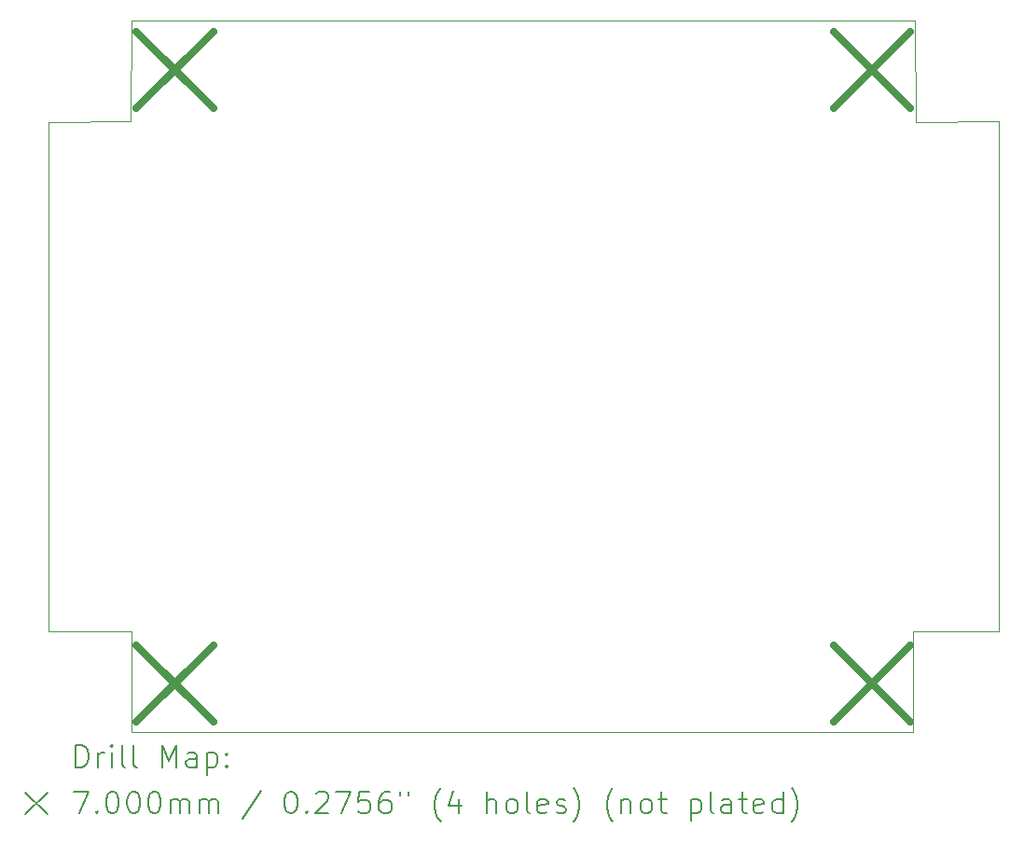
<source format=gbr>
%TF.GenerationSoftware,KiCad,Pcbnew,(6.0.10-0)*%
%TF.CreationDate,2023-01-26T22:23:55-06:00*%
%TF.ProjectId,spudglo_driver_v4p1,73707564-676c-46f5-9f64-72697665725f,rev?*%
%TF.SameCoordinates,Original*%
%TF.FileFunction,Drillmap*%
%TF.FilePolarity,Positive*%
%FSLAX45Y45*%
G04 Gerber Fmt 4.5, Leading zero omitted, Abs format (unit mm)*
G04 Created by KiCad (PCBNEW (6.0.10-0)) date 2023-01-26 22:23:55*
%MOMM*%
%LPD*%
G01*
G04 APERTURE LIST*
%ADD10C,0.100000*%
%ADD11C,0.200000*%
%ADD12C,0.700000*%
G04 APERTURE END LIST*
D10*
X20060000Y-8010000D02*
X20813510Y-8008078D01*
X20055520Y-7093780D02*
X20060000Y-8010000D01*
X12936540Y-8008620D02*
X12940000Y-7094000D01*
X20038310Y-12639000D02*
X20816300Y-12639000D01*
X20038310Y-12639000D02*
X20038310Y-13554000D01*
X12185000Y-12639922D02*
X12940000Y-12640000D01*
X12938570Y-13554000D02*
X12940000Y-12640000D01*
X12185000Y-8009000D02*
X12936540Y-8008620D01*
X20038310Y-13554000D02*
X12938570Y-13554000D01*
X20813510Y-8008078D02*
X20816300Y-12639000D01*
X12185000Y-12639922D02*
X12185000Y-8009000D01*
X12940000Y-7094000D02*
X20055520Y-7093780D01*
D11*
D12*
X12983414Y-7190324D02*
X13683414Y-7890324D01*
X13683414Y-7190324D02*
X12983414Y-7890324D01*
X12983414Y-12759944D02*
X13683414Y-13459944D01*
X13683414Y-12759944D02*
X12983414Y-13459944D01*
X19315464Y-7190324D02*
X20015464Y-7890324D01*
X20015464Y-7190324D02*
X19315464Y-7890324D01*
X19315464Y-12758944D02*
X20015464Y-13458944D01*
X20015464Y-12758944D02*
X19315464Y-13458944D01*
D11*
X12437619Y-13869476D02*
X12437619Y-13669476D01*
X12485238Y-13669476D01*
X12513809Y-13679000D01*
X12532857Y-13698048D01*
X12542381Y-13717095D01*
X12551905Y-13755190D01*
X12551905Y-13783762D01*
X12542381Y-13821857D01*
X12532857Y-13840905D01*
X12513809Y-13859952D01*
X12485238Y-13869476D01*
X12437619Y-13869476D01*
X12637619Y-13869476D02*
X12637619Y-13736143D01*
X12637619Y-13774238D02*
X12647143Y-13755190D01*
X12656667Y-13745667D01*
X12675714Y-13736143D01*
X12694762Y-13736143D01*
X12761428Y-13869476D02*
X12761428Y-13736143D01*
X12761428Y-13669476D02*
X12751905Y-13679000D01*
X12761428Y-13688524D01*
X12770952Y-13679000D01*
X12761428Y-13669476D01*
X12761428Y-13688524D01*
X12885238Y-13869476D02*
X12866190Y-13859952D01*
X12856667Y-13840905D01*
X12856667Y-13669476D01*
X12990000Y-13869476D02*
X12970952Y-13859952D01*
X12961428Y-13840905D01*
X12961428Y-13669476D01*
X13218571Y-13869476D02*
X13218571Y-13669476D01*
X13285238Y-13812333D01*
X13351905Y-13669476D01*
X13351905Y-13869476D01*
X13532857Y-13869476D02*
X13532857Y-13764714D01*
X13523333Y-13745667D01*
X13504286Y-13736143D01*
X13466190Y-13736143D01*
X13447143Y-13745667D01*
X13532857Y-13859952D02*
X13513809Y-13869476D01*
X13466190Y-13869476D01*
X13447143Y-13859952D01*
X13437619Y-13840905D01*
X13437619Y-13821857D01*
X13447143Y-13802809D01*
X13466190Y-13793286D01*
X13513809Y-13793286D01*
X13532857Y-13783762D01*
X13628095Y-13736143D02*
X13628095Y-13936143D01*
X13628095Y-13745667D02*
X13647143Y-13736143D01*
X13685238Y-13736143D01*
X13704286Y-13745667D01*
X13713809Y-13755190D01*
X13723333Y-13774238D01*
X13723333Y-13831381D01*
X13713809Y-13850428D01*
X13704286Y-13859952D01*
X13685238Y-13869476D01*
X13647143Y-13869476D01*
X13628095Y-13859952D01*
X13809048Y-13850428D02*
X13818571Y-13859952D01*
X13809048Y-13869476D01*
X13799524Y-13859952D01*
X13809048Y-13850428D01*
X13809048Y-13869476D01*
X13809048Y-13745667D02*
X13818571Y-13755190D01*
X13809048Y-13764714D01*
X13799524Y-13755190D01*
X13809048Y-13745667D01*
X13809048Y-13764714D01*
X11980000Y-14099000D02*
X12180000Y-14299000D01*
X12180000Y-14099000D02*
X11980000Y-14299000D01*
X12418571Y-14089476D02*
X12551905Y-14089476D01*
X12466190Y-14289476D01*
X12628095Y-14270428D02*
X12637619Y-14279952D01*
X12628095Y-14289476D01*
X12618571Y-14279952D01*
X12628095Y-14270428D01*
X12628095Y-14289476D01*
X12761428Y-14089476D02*
X12780476Y-14089476D01*
X12799524Y-14099000D01*
X12809048Y-14108524D01*
X12818571Y-14127571D01*
X12828095Y-14165667D01*
X12828095Y-14213286D01*
X12818571Y-14251381D01*
X12809048Y-14270428D01*
X12799524Y-14279952D01*
X12780476Y-14289476D01*
X12761428Y-14289476D01*
X12742381Y-14279952D01*
X12732857Y-14270428D01*
X12723333Y-14251381D01*
X12713809Y-14213286D01*
X12713809Y-14165667D01*
X12723333Y-14127571D01*
X12732857Y-14108524D01*
X12742381Y-14099000D01*
X12761428Y-14089476D01*
X12951905Y-14089476D02*
X12970952Y-14089476D01*
X12990000Y-14099000D01*
X12999524Y-14108524D01*
X13009048Y-14127571D01*
X13018571Y-14165667D01*
X13018571Y-14213286D01*
X13009048Y-14251381D01*
X12999524Y-14270428D01*
X12990000Y-14279952D01*
X12970952Y-14289476D01*
X12951905Y-14289476D01*
X12932857Y-14279952D01*
X12923333Y-14270428D01*
X12913809Y-14251381D01*
X12904286Y-14213286D01*
X12904286Y-14165667D01*
X12913809Y-14127571D01*
X12923333Y-14108524D01*
X12932857Y-14099000D01*
X12951905Y-14089476D01*
X13142381Y-14089476D02*
X13161428Y-14089476D01*
X13180476Y-14099000D01*
X13190000Y-14108524D01*
X13199524Y-14127571D01*
X13209048Y-14165667D01*
X13209048Y-14213286D01*
X13199524Y-14251381D01*
X13190000Y-14270428D01*
X13180476Y-14279952D01*
X13161428Y-14289476D01*
X13142381Y-14289476D01*
X13123333Y-14279952D01*
X13113809Y-14270428D01*
X13104286Y-14251381D01*
X13094762Y-14213286D01*
X13094762Y-14165667D01*
X13104286Y-14127571D01*
X13113809Y-14108524D01*
X13123333Y-14099000D01*
X13142381Y-14089476D01*
X13294762Y-14289476D02*
X13294762Y-14156143D01*
X13294762Y-14175190D02*
X13304286Y-14165667D01*
X13323333Y-14156143D01*
X13351905Y-14156143D01*
X13370952Y-14165667D01*
X13380476Y-14184714D01*
X13380476Y-14289476D01*
X13380476Y-14184714D02*
X13390000Y-14165667D01*
X13409048Y-14156143D01*
X13437619Y-14156143D01*
X13456667Y-14165667D01*
X13466190Y-14184714D01*
X13466190Y-14289476D01*
X13561428Y-14289476D02*
X13561428Y-14156143D01*
X13561428Y-14175190D02*
X13570952Y-14165667D01*
X13590000Y-14156143D01*
X13618571Y-14156143D01*
X13637619Y-14165667D01*
X13647143Y-14184714D01*
X13647143Y-14289476D01*
X13647143Y-14184714D02*
X13656667Y-14165667D01*
X13675714Y-14156143D01*
X13704286Y-14156143D01*
X13723333Y-14165667D01*
X13732857Y-14184714D01*
X13732857Y-14289476D01*
X14123333Y-14079952D02*
X13951905Y-14337095D01*
X14380476Y-14089476D02*
X14399524Y-14089476D01*
X14418571Y-14099000D01*
X14428095Y-14108524D01*
X14437619Y-14127571D01*
X14447143Y-14165667D01*
X14447143Y-14213286D01*
X14437619Y-14251381D01*
X14428095Y-14270428D01*
X14418571Y-14279952D01*
X14399524Y-14289476D01*
X14380476Y-14289476D01*
X14361428Y-14279952D01*
X14351905Y-14270428D01*
X14342381Y-14251381D01*
X14332857Y-14213286D01*
X14332857Y-14165667D01*
X14342381Y-14127571D01*
X14351905Y-14108524D01*
X14361428Y-14099000D01*
X14380476Y-14089476D01*
X14532857Y-14270428D02*
X14542381Y-14279952D01*
X14532857Y-14289476D01*
X14523333Y-14279952D01*
X14532857Y-14270428D01*
X14532857Y-14289476D01*
X14618571Y-14108524D02*
X14628095Y-14099000D01*
X14647143Y-14089476D01*
X14694762Y-14089476D01*
X14713809Y-14099000D01*
X14723333Y-14108524D01*
X14732857Y-14127571D01*
X14732857Y-14146619D01*
X14723333Y-14175190D01*
X14609048Y-14289476D01*
X14732857Y-14289476D01*
X14799524Y-14089476D02*
X14932857Y-14089476D01*
X14847143Y-14289476D01*
X15104286Y-14089476D02*
X15009048Y-14089476D01*
X14999524Y-14184714D01*
X15009048Y-14175190D01*
X15028095Y-14165667D01*
X15075714Y-14165667D01*
X15094762Y-14175190D01*
X15104286Y-14184714D01*
X15113809Y-14203762D01*
X15113809Y-14251381D01*
X15104286Y-14270428D01*
X15094762Y-14279952D01*
X15075714Y-14289476D01*
X15028095Y-14289476D01*
X15009048Y-14279952D01*
X14999524Y-14270428D01*
X15285238Y-14089476D02*
X15247143Y-14089476D01*
X15228095Y-14099000D01*
X15218571Y-14108524D01*
X15199524Y-14137095D01*
X15190000Y-14175190D01*
X15190000Y-14251381D01*
X15199524Y-14270428D01*
X15209048Y-14279952D01*
X15228095Y-14289476D01*
X15266190Y-14289476D01*
X15285238Y-14279952D01*
X15294762Y-14270428D01*
X15304286Y-14251381D01*
X15304286Y-14203762D01*
X15294762Y-14184714D01*
X15285238Y-14175190D01*
X15266190Y-14165667D01*
X15228095Y-14165667D01*
X15209048Y-14175190D01*
X15199524Y-14184714D01*
X15190000Y-14203762D01*
X15380476Y-14089476D02*
X15380476Y-14127571D01*
X15456667Y-14089476D02*
X15456667Y-14127571D01*
X15751905Y-14365667D02*
X15742381Y-14356143D01*
X15723333Y-14327571D01*
X15713809Y-14308524D01*
X15704286Y-14279952D01*
X15694762Y-14232333D01*
X15694762Y-14194238D01*
X15704286Y-14146619D01*
X15713809Y-14118048D01*
X15723333Y-14099000D01*
X15742381Y-14070428D01*
X15751905Y-14060905D01*
X15913809Y-14156143D02*
X15913809Y-14289476D01*
X15866190Y-14079952D02*
X15818571Y-14222809D01*
X15942381Y-14222809D01*
X16170952Y-14289476D02*
X16170952Y-14089476D01*
X16256667Y-14289476D02*
X16256667Y-14184714D01*
X16247143Y-14165667D01*
X16228095Y-14156143D01*
X16199524Y-14156143D01*
X16180476Y-14165667D01*
X16170952Y-14175190D01*
X16380476Y-14289476D02*
X16361428Y-14279952D01*
X16351905Y-14270428D01*
X16342381Y-14251381D01*
X16342381Y-14194238D01*
X16351905Y-14175190D01*
X16361428Y-14165667D01*
X16380476Y-14156143D01*
X16409048Y-14156143D01*
X16428095Y-14165667D01*
X16437619Y-14175190D01*
X16447143Y-14194238D01*
X16447143Y-14251381D01*
X16437619Y-14270428D01*
X16428095Y-14279952D01*
X16409048Y-14289476D01*
X16380476Y-14289476D01*
X16561428Y-14289476D02*
X16542381Y-14279952D01*
X16532857Y-14260905D01*
X16532857Y-14089476D01*
X16713809Y-14279952D02*
X16694762Y-14289476D01*
X16656667Y-14289476D01*
X16637619Y-14279952D01*
X16628095Y-14260905D01*
X16628095Y-14184714D01*
X16637619Y-14165667D01*
X16656667Y-14156143D01*
X16694762Y-14156143D01*
X16713809Y-14165667D01*
X16723333Y-14184714D01*
X16723333Y-14203762D01*
X16628095Y-14222809D01*
X16799524Y-14279952D02*
X16818571Y-14289476D01*
X16856667Y-14289476D01*
X16875714Y-14279952D01*
X16885238Y-14260905D01*
X16885238Y-14251381D01*
X16875714Y-14232333D01*
X16856667Y-14222809D01*
X16828095Y-14222809D01*
X16809048Y-14213286D01*
X16799524Y-14194238D01*
X16799524Y-14184714D01*
X16809048Y-14165667D01*
X16828095Y-14156143D01*
X16856667Y-14156143D01*
X16875714Y-14165667D01*
X16951905Y-14365667D02*
X16961429Y-14356143D01*
X16980476Y-14327571D01*
X16990000Y-14308524D01*
X16999524Y-14279952D01*
X17009048Y-14232333D01*
X17009048Y-14194238D01*
X16999524Y-14146619D01*
X16990000Y-14118048D01*
X16980476Y-14099000D01*
X16961429Y-14070428D01*
X16951905Y-14060905D01*
X17313810Y-14365667D02*
X17304286Y-14356143D01*
X17285238Y-14327571D01*
X17275714Y-14308524D01*
X17266190Y-14279952D01*
X17256667Y-14232333D01*
X17256667Y-14194238D01*
X17266190Y-14146619D01*
X17275714Y-14118048D01*
X17285238Y-14099000D01*
X17304286Y-14070428D01*
X17313810Y-14060905D01*
X17390000Y-14156143D02*
X17390000Y-14289476D01*
X17390000Y-14175190D02*
X17399524Y-14165667D01*
X17418571Y-14156143D01*
X17447143Y-14156143D01*
X17466190Y-14165667D01*
X17475714Y-14184714D01*
X17475714Y-14289476D01*
X17599524Y-14289476D02*
X17580476Y-14279952D01*
X17570952Y-14270428D01*
X17561429Y-14251381D01*
X17561429Y-14194238D01*
X17570952Y-14175190D01*
X17580476Y-14165667D01*
X17599524Y-14156143D01*
X17628095Y-14156143D01*
X17647143Y-14165667D01*
X17656667Y-14175190D01*
X17666190Y-14194238D01*
X17666190Y-14251381D01*
X17656667Y-14270428D01*
X17647143Y-14279952D01*
X17628095Y-14289476D01*
X17599524Y-14289476D01*
X17723333Y-14156143D02*
X17799524Y-14156143D01*
X17751905Y-14089476D02*
X17751905Y-14260905D01*
X17761429Y-14279952D01*
X17780476Y-14289476D01*
X17799524Y-14289476D01*
X18018571Y-14156143D02*
X18018571Y-14356143D01*
X18018571Y-14165667D02*
X18037619Y-14156143D01*
X18075714Y-14156143D01*
X18094762Y-14165667D01*
X18104286Y-14175190D01*
X18113810Y-14194238D01*
X18113810Y-14251381D01*
X18104286Y-14270428D01*
X18094762Y-14279952D01*
X18075714Y-14289476D01*
X18037619Y-14289476D01*
X18018571Y-14279952D01*
X18228095Y-14289476D02*
X18209048Y-14279952D01*
X18199524Y-14260905D01*
X18199524Y-14089476D01*
X18390000Y-14289476D02*
X18390000Y-14184714D01*
X18380476Y-14165667D01*
X18361429Y-14156143D01*
X18323333Y-14156143D01*
X18304286Y-14165667D01*
X18390000Y-14279952D02*
X18370952Y-14289476D01*
X18323333Y-14289476D01*
X18304286Y-14279952D01*
X18294762Y-14260905D01*
X18294762Y-14241857D01*
X18304286Y-14222809D01*
X18323333Y-14213286D01*
X18370952Y-14213286D01*
X18390000Y-14203762D01*
X18456667Y-14156143D02*
X18532857Y-14156143D01*
X18485238Y-14089476D02*
X18485238Y-14260905D01*
X18494762Y-14279952D01*
X18513810Y-14289476D01*
X18532857Y-14289476D01*
X18675714Y-14279952D02*
X18656667Y-14289476D01*
X18618571Y-14289476D01*
X18599524Y-14279952D01*
X18590000Y-14260905D01*
X18590000Y-14184714D01*
X18599524Y-14165667D01*
X18618571Y-14156143D01*
X18656667Y-14156143D01*
X18675714Y-14165667D01*
X18685238Y-14184714D01*
X18685238Y-14203762D01*
X18590000Y-14222809D01*
X18856667Y-14289476D02*
X18856667Y-14089476D01*
X18856667Y-14279952D02*
X18837619Y-14289476D01*
X18799524Y-14289476D01*
X18780476Y-14279952D01*
X18770952Y-14270428D01*
X18761429Y-14251381D01*
X18761429Y-14194238D01*
X18770952Y-14175190D01*
X18780476Y-14165667D01*
X18799524Y-14156143D01*
X18837619Y-14156143D01*
X18856667Y-14165667D01*
X18932857Y-14365667D02*
X18942381Y-14356143D01*
X18961429Y-14327571D01*
X18970952Y-14308524D01*
X18980476Y-14279952D01*
X18990000Y-14232333D01*
X18990000Y-14194238D01*
X18980476Y-14146619D01*
X18970952Y-14118048D01*
X18961429Y-14099000D01*
X18942381Y-14070428D01*
X18932857Y-14060905D01*
M02*

</source>
